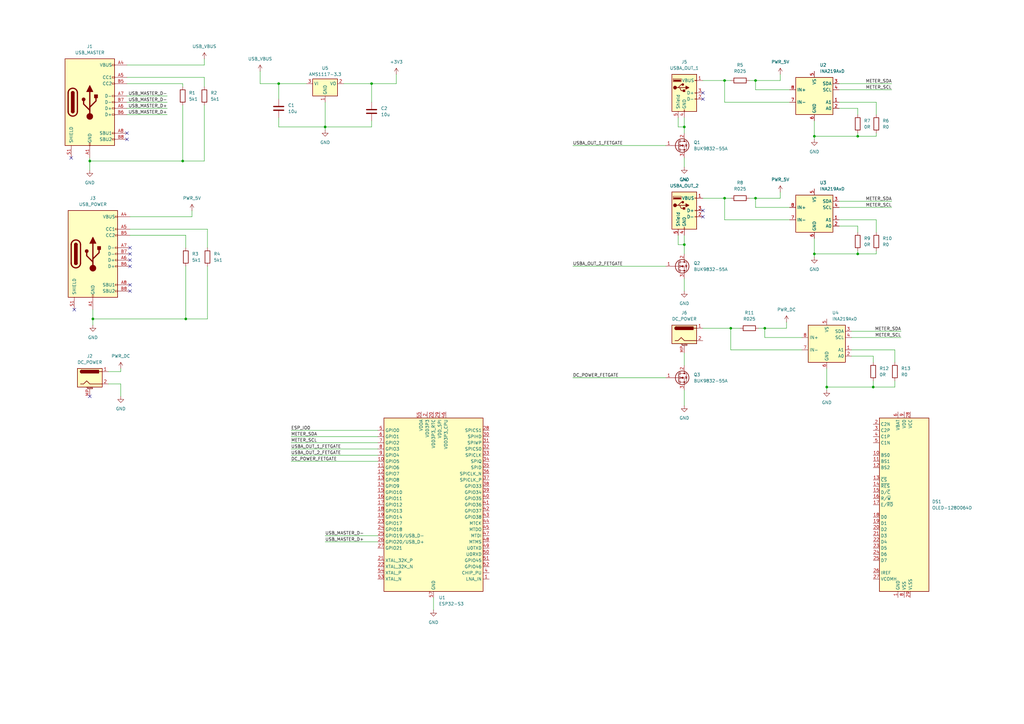
<source format=kicad_sch>
(kicad_sch (version 20231120) (generator "eeschema") (generator_version "8.0")
  (paper "A3")
  (lib_symbols
    (symbol "Connector:Barrel_Jack_MountingPin" (pin_names hide)
      (property "Reference" "J" (at 0 5.334 0))
      (property "Value" "Barrel_Jack_MountingPin" (at 1.27 -6.35 0))
      (symbol "Barrel_Jack_MountingPin_0_1"
        (rectangle (start -5.08 3.81) (end 5.08 -3.81) (stroke (width 0.254)) (fill (type background)))
        (arc (start -3.302 3.175) (mid -3.9343 2.54) (end -3.302 1.905) (stroke (width 0.254)))
        (arc (start -3.302 3.175) (mid -3.9343 2.54) (end -3.302 1.905) (stroke (width 0.254)) (fill (type outline)))
        (polyline (pts (xy 5.08 2.54) (xy 3.81 2.54)) (stroke (width 0.254)))
        (polyline (pts (xy -3.81 -2.54) (xy -2.54 -2.54) (xy -1.27 -1.27) (xy 0 -2.54) (xy 2.54 -2.54) (xy 5.08 -2.54)) (stroke (width 0.254)))
        (rectangle (start 3.683 3.175) (end -3.302 1.905) (stroke (width 0.254)) (fill (type outline)))
      )
      (symbol "Barrel_Jack_MountingPin_1_1"
        (polyline (pts (xy -1.016 -4.572) (xy 1.016 -4.572)) (stroke (width 0.1524)))
        (text "Mounting" (at 0 -4.191 0) (effects (font (size 0.381 0.381))))
        (pin passive line (at 7.62 2.54 180) (length 2.54) (name "~") (number "1"))
        (pin passive line (at 7.62 -2.54 180) (length 2.54) (name "~") (number "2"))
        (pin passive line (at 0 -7.62 90) (length 3.048) (name "MountPin") (number "MP"))
      )
    )
    (symbol "Connector:USB_A" (pin_names (offset 1.016))
      (property "Reference" "J" (at -5.08 11.43 0))
      (property "Value" "USB_A" (at -5.08 8.89 0))
      (symbol "USB_A_0_1"
        (rectangle (start -5.08 -7.62) (end 5.08 7.62) (stroke (width 0.254)) (fill (type background)))
        (circle (center -3.81 2.159) (radius 0.635) (stroke (width 0.254)) (fill (type outline)))
        (rectangle (start -1.524 4.826) (end -4.318 5.334) (fill (type outline)))
        (rectangle (start -1.27 4.572) (end -4.572 5.842))
        (circle (center -0.635 3.429) (radius 0.381) (stroke (width 0.254)) (fill (type outline)))
        (rectangle (start -0.127 -7.62) (end 0.127 -6.858))
        (polyline (pts (xy -3.175 2.159) (xy -2.54 2.159) (xy -1.27 3.429) (xy -0.635 3.429)) (stroke (width 0.254)))
        (polyline (pts (xy -2.54 2.159) (xy -1.905 2.159) (xy -1.27 0.889) (xy 0 0.889)) (stroke (width 0.254)))
        (polyline (pts (xy 0.635 2.794) (xy 0.635 1.524) (xy 1.905 2.159) (xy 0.635 2.794)) (stroke (width 0.254)) (fill (type outline)))
        (rectangle (start 0.254 1.27) (end -0.508 0.508) (stroke (width 0.254)) (fill (type outline)))
        (rectangle (start 5.08 -2.667) (end 4.318 -2.413))
        (rectangle (start 5.08 -0.127) (end 4.318 0.127))
        (rectangle (start 5.08 4.953) (end 4.318 5.207))
      )
      (symbol "USB_A_1_1"
        (polyline (pts (xy -1.905 2.159) (xy 0.635 2.159)) (stroke (width 0.254)))
        (pin power_in line (at 7.62 5.08 180) (length 2.54) (name "VBUS") (number "1"))
        (pin bidirectional line (at 7.62 -2.54 180) (length 2.54) (name "D-") (number "2"))
        (pin bidirectional line (at 7.62 0 180) (length 2.54) (name "D+") (number "3"))
        (pin power_in line (at 0 -10.16 90) (length 2.54) (name "GND") (number "4"))
        (pin passive line (at -2.54 -10.16 90) (length 2.54) (name "Shield") (number "5"))
      )
    )
    (symbol "Connector:USB_C_Receptacle_USB2.0_16P" (pin_names (offset 1.016))
      (property "Reference" "J" (at 0 22.225 0))
      (property "Value" "USB_C_Receptacle_USB2.0_16P" (at 0 19.685 0))
      (symbol "USB_C_Receptacle_USB2.0_16P_0_0"
        (rectangle (start -0.254 -17.78) (end 0.254 -16.764))
        (rectangle (start 10.16 -14.986) (end 9.144 -15.494))
        (rectangle (start 10.16 -12.446) (end 9.144 -12.954))
        (rectangle (start 10.16 -4.826) (end 9.144 -5.334))
        (rectangle (start 10.16 -2.286) (end 9.144 -2.794))
        (rectangle (start 10.16 0.254) (end 9.144 -0.254))
        (rectangle (start 10.16 2.794) (end 9.144 2.286))
        (rectangle (start 10.16 7.874) (end 9.144 7.366))
        (rectangle (start 10.16 10.414) (end 9.144 9.906))
        (rectangle (start 10.16 15.494) (end 9.144 14.986))
      )
      (symbol "USB_C_Receptacle_USB2.0_16P_0_1"
        (rectangle (start -10.16 17.78) (end 10.16 -17.78) (stroke (width 0.254)) (fill (type background)))
        (arc (start -8.89 -3.81) (mid -6.985 -5.7067) (end -5.08 -3.81) (stroke (width 0.508)))
        (arc (start -7.62 -3.81) (mid -6.985 -4.4423) (end -6.35 -3.81) (stroke (width 0.254)))
        (arc (start -7.62 -3.81) (mid -6.985 -4.4423) (end -6.35 -3.81) (stroke (width 0.254)) (fill (type outline)))
        (rectangle (start -7.62 -3.81) (end -6.35 3.81) (stroke (width 0.254)) (fill (type outline)))
        (arc (start -6.35 3.81) (mid -6.985 4.4423) (end -7.62 3.81) (stroke (width 0.254)))
        (arc (start -6.35 3.81) (mid -6.985 4.4423) (end -7.62 3.81) (stroke (width 0.254)) (fill (type outline)))
        (arc (start -5.08 3.81) (mid -6.985 5.7067) (end -8.89 3.81) (stroke (width 0.508)))
        (circle (center -2.54 1.143) (radius 0.635) (stroke (width 0.254)) (fill (type outline)))
        (circle (center 0 -5.842) (radius 1.27) (fill (type outline)))
        (polyline (pts (xy -8.89 -3.81) (xy -8.89 3.81)) (stroke (width 0.508)))
        (polyline (pts (xy -5.08 3.81) (xy -5.08 -3.81)) (stroke (width 0.508)))
        (polyline (pts (xy 0 -5.842) (xy 0 4.318)) (stroke (width 0.508)))
        (polyline (pts (xy 0 -3.302) (xy -2.54 -0.762) (xy -2.54 0.508)) (stroke (width 0.508)))
        (polyline (pts (xy 0 -2.032) (xy 2.54 0.508) (xy 2.54 1.778)) (stroke (width 0.508)))
        (polyline (pts (xy -1.27 4.318) (xy 0 6.858) (xy 1.27 4.318) (xy -1.27 4.318)) (stroke (width 0.254)) (fill (type outline)))
        (rectangle (start 1.905 1.778) (end 3.175 3.048) (stroke (width 0.254)) (fill (type outline)))
      )
      (symbol "USB_C_Receptacle_USB2.0_16P_1_1"
        (pin passive line (at 0 -22.86 90) (length 5.08) (name "GND") (number "A1"))
        (pin passive line (at 0 -22.86 90) (length 5.08) hide (name "GND") (number "A12"))
        (pin passive line (at 15.24 15.24 180) (length 5.08) (name "VBUS") (number "A4"))
        (pin bidirectional line (at 15.24 10.16 180) (length 5.08) (name "CC1") (number "A5"))
        (pin bidirectional line (at 15.24 -2.54 180) (length 5.08) (name "D+") (number "A6"))
        (pin bidirectional line (at 15.24 2.54 180) (length 5.08) (name "D-") (number "A7"))
        (pin bidirectional line (at 15.24 -12.7 180) (length 5.08) (name "SBU1") (number "A8"))
        (pin passive line (at 15.24 15.24 180) (length 5.08) hide (name "VBUS") (number "A9"))
        (pin passive line (at 0 -22.86 90) (length 5.08) hide (name "GND") (number "B1"))
        (pin passive line (at 0 -22.86 90) (length 5.08) hide (name "GND") (number "B12"))
        (pin passive line (at 15.24 15.24 180) (length 5.08) hide (name "VBUS") (number "B4"))
        (pin bidirectional line (at 15.24 7.62 180) (length 5.08) (name "CC2") (number "B5"))
        (pin bidirectional line (at 15.24 -5.08 180) (length 5.08) (name "D+") (number "B6"))
        (pin bidirectional line (at 15.24 0 180) (length 5.08) (name "D-") (number "B7"))
        (pin bidirectional line (at 15.24 -15.24 180) (length 5.08) (name "SBU2") (number "B8"))
        (pin passive line (at 15.24 15.24 180) (length 5.08) hide (name "VBUS") (number "B9"))
        (pin passive line (at -7.62 -22.86 90) (length 5.08) (name "SHIELD") (number "S1"))
      )
    )
    (symbol "Device:C" (pin_numbers hide) (pin_names (offset 0.254))
      (property "Reference" "C" (at 0.635 2.54 0))
      (property "Value" "C" (at 0.635 -2.54 0))
      (symbol "C_0_1"
        (polyline (pts (xy -2.032 -0.762) (xy 2.032 -0.762)) (stroke (width 0.508)))
        (polyline (pts (xy -2.032 0.762) (xy 2.032 0.762)) (stroke (width 0.508)))
      )
      (symbol "C_1_1"
        (pin passive line (at 0 3.81 270) (length 2.794) (name "~") (number "1"))
        (pin passive line (at 0 -3.81 90) (length 2.794) (name "~") (number "2"))
      )
    )
    (symbol "Device:R" (pin_numbers hide) (pin_names (offset 0))
      (property "Reference" "R" (at 2.032 0 90))
      (property "Value" "R" (at 0 0 90))
      (symbol "R_0_1"
        (rectangle (start -1.016 -2.54) (end 1.016 2.54) (stroke (width 0.254)))
      )
      (symbol "R_1_1"
        (pin passive line (at 0 3.81 270) (length 1.27) (name "~") (number "1"))
        (pin passive line (at 0 -3.81 90) (length 1.27) (name "~") (number "2"))
      )
    )
    (symbol "Display_Graphic:OLED-128O064D"
      (property "Reference" "DS" (at -10.16 38.1 0))
      (property "Value" "OLED-128O064D" (at 12.7 38.1 0))
      (symbol "OLED-128O064D_0_1"
        (rectangle (start -10.16 35.56) (end 10.16 -35.56) (stroke (width 0.254)) (fill (type background)))
      )
      (symbol "OLED-128O064D_1_1"
        (pin power_in line (at -2.54 -38.1 90) (length 2.54) (name "GND") (number "1"))
        (pin input line (at -12.7 20.32 0) (length 2.54) (name "BS0") (number "10"))
        (pin input line (at -12.7 17.78 0) (length 2.54) (name "BS1") (number "11"))
        (pin input line (at -12.7 15.24 0) (length 2.54) (name "BS2") (number "12"))
        (pin input line (at -12.7 10.16 0) (length 2.54) (name "~{CS}") (number "13"))
        (pin input line (at -12.7 7.62 0) (length 2.54) (name "~{RES}") (number "14"))
        (pin input line (at -12.7 5.08 0) (length 2.54) (name "D/~{C}") (number "15"))
        (pin input line (at -12.7 2.54 0) (length 2.54) (name "R/~{W}") (number "16"))
        (pin input line (at -12.7 0 0) (length 2.54) (name "E/~{RD}") (number "17"))
        (pin bidirectional line (at -12.7 -5.08 0) (length 2.54) (name "D0") (number "18"))
        (pin bidirectional line (at -12.7 -7.62 0) (length 2.54) (name "D1") (number "19"))
        (pin passive line (at -12.7 33.02 0) (length 2.54) (name "C2N") (number "2"))
        (pin bidirectional line (at -12.7 -10.16 0) (length 2.54) (name "D2") (number "20"))
        (pin bidirectional line (at -12.7 -12.7 0) (length 2.54) (name "D3") (number "21"))
        (pin bidirectional line (at -12.7 -15.24 0) (length 2.54) (name "D4") (number "22"))
        (pin bidirectional line (at -12.7 -17.78 0) (length 2.54) (name "D5") (number "23"))
        (pin bidirectional line (at -12.7 -20.32 0) (length 2.54) (name "D6") (number "24"))
        (pin bidirectional line (at -12.7 -22.86 0) (length 2.54) (name "D7") (number "25"))
        (pin passive line (at -12.7 -27.94 0) (length 2.54) (name "IREF") (number "26"))
        (pin passive line (at -12.7 -30.48 0) (length 2.54) (name "VCOMH") (number "27"))
        (pin power_in line (at 2.54 38.1 270) (length 2.54) (name "VCC") (number "28"))
        (pin power_in line (at 2.54 -38.1 90) (length 2.54) (name "VLSS") (number "29"))
        (pin passive line (at -12.7 30.48 0) (length 2.54) (name "C2P") (number "3"))
        (pin passive line (at -2.54 -38.1 90) (length 2.54) hide (name "GND") (number "30"))
        (pin passive line (at -12.7 27.94 0) (length 2.54) (name "C1P") (number "4"))
        (pin passive line (at -12.7 25.4 0) (length 2.54) (name "C1N") (number "5"))
        (pin power_in line (at -2.54 38.1 270) (length 2.54) (name "VBAT") (number "6"))
        (pin no_connect line (at 10.16 0 180) (length 2.54) hide (name "NC") (number "7"))
        (pin power_in line (at 0 -38.1 90) (length 2.54) (name "VSS") (number "8"))
        (pin power_in line (at 0 38.1 270) (length 2.54) (name "VDD") (number "9"))
      )
    )
    (symbol "MCU_Espressif:ESP32-S3"
      (property "Reference" "U" (at 10.16 -38.1 0))
      (property "Value" "ESP32-S3" (at 13.97 -40.64 0))
      (symbol "ESP32-S3_0_1"
        (rectangle (start -20.32 35.56) (end 20.32 -35.56) (stroke (width 0.254)) (fill (type background)))
      )
      (symbol "ESP32-S3_1_0"
        (pin bidirectional line (at 22.86 12.7 180) (length 2.54) (name "SPICLK_N") (number "36"))
        (pin bidirectional line (at 22.86 -10.16 180) (length 2.54) (name "MTDO") (number "45"))
        (pin bidirectional line (at 22.86 -22.86 180) (length 2.54) (name "GPIO45") (number "51"))
        (pin passive line (at -5.08 38.1 270) (length 2.54) hide (name "VDDA") (number "56"))
      )
      (symbol "ESP32-S3_1_1"
        (pin bidirectional line (at 22.86 -30.48 180) (length 2.54) (name "LNA_IN") (number "1"))
        (pin bidirectional line (at -22.86 17.78 0) (length 2.54) (name "GPIO5") (number "10"))
        (pin bidirectional line (at -22.86 15.24 0) (length 2.54) (name "GPIO6") (number "11"))
        (pin bidirectional line (at -22.86 12.7 0) (length 2.54) (name "GPIO7") (number "12"))
        (pin bidirectional line (at -22.86 10.16 0) (length 2.54) (name "GPIO8") (number "13"))
        (pin bidirectional line (at -22.86 7.62 0) (length 2.54) (name "GPIO9") (number "14"))
        (pin bidirectional line (at -22.86 5.08 0) (length 2.54) (name "GPIO10") (number "15"))
        (pin bidirectional line (at -22.86 2.54 0) (length 2.54) (name "GPIO11") (number "16"))
        (pin bidirectional line (at -22.86 0 0) (length 2.54) (name "GPIO12") (number "17"))
        (pin bidirectional line (at -22.86 -2.54 0) (length 2.54) (name "GPIO13") (number "18"))
        (pin bidirectional line (at -22.86 -5.08 0) (length 2.54) (name "GPIO14") (number "19"))
        (pin power_in line (at -2.54 38.1 270) (length 2.54) (name "VDD3P3") (number "2"))
        (pin power_in line (at 0 38.1 270) (length 2.54) (name "VDD3P3_RTC") (number "20"))
        (pin passive line (at -22.86 -22.86 0) (length 2.54) (name "XTAL_32K_P") (number "21"))
        (pin passive line (at -22.86 -25.4 0) (length 2.54) (name "XTAL_32K_N") (number "22"))
        (pin bidirectional line (at -22.86 -7.62 0) (length 2.54) (name "GPIO17") (number "23"))
        (pin bidirectional line (at -22.86 -10.16 0) (length 2.54) (name "GPIO18") (number "24"))
        (pin bidirectional line (at -22.86 -12.7 0) (length 2.54) (name "GPIO19/USB_D-") (number "25"))
        (pin bidirectional line (at -22.86 -15.24 0) (length 2.54) (name "GPIO20/USB_D+") (number "26"))
        (pin bidirectional line (at -22.86 -17.78 0) (length 2.54) (name "GPIO21") (number "27"))
        (pin bidirectional line (at 22.86 30.48 180) (length 2.54) (name "SPICS1") (number "28"))
        (pin power_in line (at 2.54 38.1 270) (length 2.54) (name "VDD_SPI") (number "29"))
        (pin passive line (at -2.54 38.1 270) (length 2.54) hide (name "VDD3P3") (number "3"))
        (pin bidirectional line (at 22.86 27.94 180) (length 2.54) (name "SPIHD") (number "30"))
        (pin bidirectional line (at 22.86 25.4 180) (length 2.54) (name "SPIWP") (number "31"))
        (pin bidirectional line (at 22.86 22.86 180) (length 2.54) (name "SPICS0") (number "32"))
        (pin bidirectional line (at 22.86 20.32 180) (length 2.54) (name "SPICLK") (number "33"))
        (pin bidirectional line (at 22.86 17.78 180) (length 2.54) (name "SPIQ") (number "34"))
        (pin bidirectional line (at 22.86 15.24 180) (length 2.54) (name "SPID") (number "35"))
        (pin bidirectional line (at 22.86 10.16 180) (length 2.54) (name "SPICLK_P") (number "37"))
        (pin bidirectional line (at 22.86 7.62 180) (length 2.54) (name "GPIO33") (number "38"))
        (pin bidirectional line (at 22.86 5.08 180) (length 2.54) (name "GPIO34") (number "39"))
        (pin input line (at 22.86 -27.94 180) (length 2.54) (name "CHIP_PU") (number "4"))
        (pin bidirectional line (at 22.86 2.54 180) (length 2.54) (name "GPIO35") (number "40"))
        (pin bidirectional line (at 22.86 0 180) (length 2.54) (name "GPIO36") (number "41"))
        (pin bidirectional line (at 22.86 -2.54 180) (length 2.54) (name "GPIO37") (number "42"))
        (pin bidirectional line (at 22.86 -5.08 180) (length 2.54) (name "GPIO38") (number "43"))
        (pin bidirectional line (at 22.86 -7.62 180) (length 2.54) (name "MTCK") (number "44"))
        (pin power_in line (at 5.08 38.1 270) (length 2.54) (name "VDD3P3_CPU") (number "46"))
        (pin bidirectional line (at 22.86 -12.7 180) (length 2.54) (name "MTDI") (number "47"))
        (pin bidirectional line (at 22.86 -15.24 180) (length 2.54) (name "MTMS") (number "48"))
        (pin bidirectional line (at 22.86 -17.78 180) (length 2.54) (name "U0TXD") (number "49"))
        (pin bidirectional line (at -22.86 30.48 0) (length 2.54) (name "GPIO0") (number "5"))
        (pin bidirectional line (at 22.86 -20.32 180) (length 2.54) (name "U0RXD") (number "50"))
        (pin bidirectional line (at 22.86 -25.4 180) (length 2.54) (name "GPIO46") (number "52"))
        (pin output line (at -22.86 -30.48 0) (length 2.54) (name "XTAL_N") (number "53"))
        (pin input line (at -22.86 -27.94 0) (length 2.54) (name "XTAL_P") (number "54"))
        (pin power_in line (at -5.08 38.1 270) (length 2.54) (name "VDDA") (number "55"))
        (pin power_in line (at 0 -38.1 90) (length 2.54) (name "GND") (number "57"))
        (pin bidirectional line (at -22.86 27.94 0) (length 2.54) (name "GPIO1") (number "6"))
        (pin bidirectional line (at -22.86 25.4 0) (length 2.54) (name "GPIO2") (number "7"))
        (pin bidirectional line (at -22.86 22.86 0) (length 2.54) (name "GPIO3") (number "8"))
        (pin bidirectional line (at -22.86 20.32 0) (length 2.54) (name "GPIO4") (number "9"))
      )
    )
    (symbol "Regulator_Linear:AMS1117-3.3"
      (property "Reference" "U" (at -3.81 3.175 0))
      (property "Value" "AMS1117-3.3" (at 0 3.175 0))
      (symbol "AMS1117-3.3_0_1"
        (rectangle (start -5.08 -5.08) (end 5.08 1.905) (stroke (width 0.254)) (fill (type background)))
      )
      (symbol "AMS1117-3.3_1_1"
        (pin power_in line (at 0 -7.62 90) (length 2.54) (name "GND") (number "1"))
        (pin power_out line (at 7.62 0 180) (length 2.54) (name "VO") (number "2"))
        (pin power_in line (at -7.62 0 0) (length 2.54) (name "VI") (number "3"))
      )
    )
    (symbol "Sensor_Energy:INA219AxD"
      (property "Reference" "U" (at -6.35 8.89 0))
      (property "Value" "INA219AxD" (at 5.08 8.89 0))
      (symbol "INA219AxD_0_1"
        (rectangle (start -7.62 7.62) (end 7.62 -7.62) (stroke (width 0.254)) (fill (type background)))
      )
      (symbol "INA219AxD_1_1"
        (pin input line (at 10.16 -2.54 180) (length 2.54) (name "A1") (number "1"))
        (pin input line (at 10.16 -5.08 180) (length 2.54) (name "A0") (number "2"))
        (pin bidirectional line (at 10.16 5.08 180) (length 2.54) (name "SDA") (number "3"))
        (pin input line (at 10.16 2.54 180) (length 2.54) (name "SCL") (number "4"))
        (pin power_in line (at 0 10.16 270) (length 2.54) (name "VS") (number "5"))
        (pin power_in line (at 0 -10.16 90) (length 2.54) (name "GND") (number "6"))
        (pin input line (at -10.16 -2.54 0) (length 2.54) (name "IN-") (number "7"))
        (pin input line (at -10.16 2.54 0) (length 2.54) (name "IN+") (number "8"))
      )
    )
    (symbol "Transistor_FET:BUK9832-55A" (pin_names hide)
      (property "Reference" "Q" (at 5.08 1.905 0))
      (property "Value" "BUK9832-55A" (at 5.08 0 0))
      (symbol "BUK9832-55A_0_1"
        (polyline (pts (xy 0.254 0) (xy -2.54 0)))
        (polyline (pts (xy 0.254 1.905) (xy 0.254 -1.905)) (stroke (width 0.254)))
        (polyline (pts (xy 0.762 -1.27) (xy 0.762 -2.286)) (stroke (width 0.254)))
        (polyline (pts (xy 0.762 0.508) (xy 0.762 -0.508)) (stroke (width 0.254)))
        (polyline (pts (xy 0.762 2.286) (xy 0.762 1.27)) (stroke (width 0.254)))
        (polyline (pts (xy 2.54 2.54) (xy 2.54 1.778)))
        (polyline (pts (xy 2.54 -2.54) (xy 2.54 0) (xy 0.762 0)))
        (polyline (pts (xy 0.762 -1.778) (xy 3.302 -1.778) (xy 3.302 1.778) (xy 0.762 1.778)))
        (polyline (pts (xy 1.016 0) (xy 2.032 0.381) (xy 2.032 -0.381) (xy 1.016 0)) (fill (type outline)))
        (polyline (pts (xy 2.794 0.508) (xy 2.921 0.381) (xy 3.683 0.381) (xy 3.81 0.254)))
        (polyline (pts (xy 3.302 0.381) (xy 2.921 -0.254) (xy 3.683 -0.254) (xy 3.302 0.381)))
        (circle (center 1.651 0) (radius 2.794) (stroke (width 0.254)))
        (circle (center 2.54 -1.778) (radius 0.254) (fill (type outline)))
        (circle (center 2.54 1.778) (radius 0.254) (fill (type outline)))
      )
      (symbol "BUK9832-55A_1_1"
        (pin input line (at -5.08 0 0) (length 2.54) (name "G") (number "1"))
        (pin passive line (at 2.54 5.08 270) (length 2.54) (name "D") (number "2"))
        (pin passive line (at 2.54 -5.08 90) (length 2.54) (name "S") (number "3"))
      )
    )
    (symbol "power:+3V3" (power) (pin_numbers hide) (pin_names (offset 0) hide)
      (property "Value" "+3V3" (at 0 3.556 0))
      (symbol "+3V3_0_1"
        (polyline (pts (xy -0.762 1.27) (xy 0 2.54)))
        (polyline (pts (xy 0 0) (xy 0 2.54)))
        (polyline (pts (xy 0 2.54) (xy 0.762 1.27)))
      )
      (symbol "+3V3_1_1"
        (pin power_in line (at 0 0 90) (length 0) (name "~") (number "1"))
      )
    )
    (symbol "power:GND" (power) (pin_numbers hide) (pin_names (offset 0) hide)
      (property "Value" "GND" (at 0 -3.81 0))
      (symbol "GND_0_1"
        (polyline (pts (xy 0 0) (xy 0 -1.27) (xy 1.27 -1.27) (xy 0 -2.54) (xy -1.27 -1.27) (xy 0 -1.27)))
      )
      (symbol "GND_1_1"
        (pin power_in line (at 0 0 270) (length 0) (name "~") (number "1"))
      )
    )
    (symbol "power:VDC" (power) (pin_numbers hide) (pin_names (offset 0) hide)
      (property "Value" "VDC" (at 0 3.556 0))
      (symbol "VDC_0_1"
        (polyline (pts (xy -0.762 1.27) (xy 0 2.54)))
        (polyline (pts (xy 0 0) (xy 0 2.54)))
        (polyline (pts (xy 0 2.54) (xy 0.762 1.27)))
      )
      (symbol "VDC_1_1"
        (pin power_in line (at 0 0 90) (length 0) (name "~") (number "1"))
      )
    )
  )
  (junction (at 309.88 81.28))
  (junction (at 358.14 158.75))
  (junction (at 339.09 158.75))
  (junction (at 334.01 55.88))
  (junction (at 351.79 104.14))
  (junction (at 114.3 34.29))
  (junction (at 299.72 134.62))
  (junction (at 133.35 52.07))
  (junction (at 351.79 55.88))
  (junction (at 74.93 66.04))
  (junction (at 297.18 33.02))
  (junction (at 36.83 66.04))
  (junction (at 334.01 104.14))
  (junction (at 280.67 52.07))
  (junction (at 297.18 81.28))
  (junction (at 309.88 33.02))
  (junction (at 76.2 130.81))
  (junction (at 38.1 130.81))
  (junction (at 313.69 134.62))
  (junction (at 280.67 100.33))
  (junction (at 152.4 34.29))
  (no_connect (at 30.48 127))
  (no_connect (at 53.34 106.68))
  (no_connect (at 29.21 64.77))
  (no_connect (at 288.29 88.9))
  (no_connect (at 52.07 54.61))
  (no_connect (at 288.29 40.64))
  (no_connect (at 53.34 116.84))
  (no_connect (at 53.34 119.38))
  (no_connect (at 36.83 162.56))
  (no_connect (at 53.34 109.22))
  (no_connect (at 288.29 38.1))
  (no_connect (at 53.34 101.6))
  (no_connect (at 53.34 104.14))
  (no_connect (at 288.29 86.36))
  (no_connect (at 52.07 57.15))
  (wire (pts (xy 351.79 55.88) (xy 359.41 55.88)))
  (wire (pts (xy 52.07 31.75) (xy 83.82 31.75)))
  (wire (pts (xy 320.04 78.74) (xy 320.04 81.28)))
  (wire (pts (xy 297.18 33.02) (xy 297.18 41.91)))
  (wire (pts (xy 49.53 157.48) (xy 49.53 162.56)))
  (wire (pts (xy 359.41 104.14) (xy 359.41 102.87)))
  (wire (pts (xy 297.18 81.28) (xy 297.18 90.17)))
  (wire (pts (xy 83.82 43.18) (xy 83.82 66.04)))
  (wire (pts (xy 53.34 88.9) (xy 78.74 88.9)))
  (wire (pts (xy 74.93 66.04) (xy 74.93 43.18)))
  (wire (pts (xy 297.18 33.02) (xy 299.72 33.02)))
  (wire (pts (xy 36.83 64.77) (xy 36.83 66.04)))
  (wire (pts (xy 307.34 33.02) (xy 309.88 33.02)))
  (wire (pts (xy 278.13 48.26) (xy 278.13 52.07)))
  (wire (pts (xy 344.17 36.83) (xy 365.76 36.83)))
  (wire (pts (xy 162.56 30.48) (xy 162.56 34.29)))
  (wire (pts (xy 52.07 41.91) (xy 68.58 41.91)))
  (wire (pts (xy 280.67 48.26) (xy 280.67 52.07)))
  (wire (pts (xy 52.07 39.37) (xy 68.58 39.37)))
  (wire (pts (xy 280.67 100.33) (xy 280.67 104.14)))
  (wire (pts (xy 334.01 97.79) (xy 334.01 104.14)))
  (wire (pts (xy 349.25 138.43) (xy 369.57 138.43)))
  (wire (pts (xy 359.41 41.91) (xy 359.41 46.99)))
  (wire (pts (xy 152.4 52.07) (xy 152.4 49.53)))
  (wire (pts (xy 85.09 130.81) (xy 76.2 130.81)))
  (wire (pts (xy 344.17 34.29) (xy 365.76 34.29)))
  (wire (pts (xy 309.88 36.83) (xy 309.88 33.02)))
  (wire (pts (xy 299.72 143.51) (xy 328.93 143.51)))
  (wire (pts (xy 309.88 33.02) (xy 320.04 33.02)))
  (wire (pts (xy 119.38 179.07) (xy 154.94 179.07)))
  (wire (pts (xy 234.95 154.94) (xy 273.05 154.94)))
  (wire (pts (xy 358.14 156.21) (xy 358.14 158.75)))
  (wire (pts (xy 351.79 55.88) (xy 334.01 55.88)))
  (wire (pts (xy 83.82 31.75) (xy 83.82 35.56)))
  (wire (pts (xy 288.29 81.28) (xy 297.18 81.28)))
  (wire (pts (xy 85.09 109.22) (xy 85.09 130.81)))
  (wire (pts (xy 328.93 138.43) (xy 313.69 138.43)))
  (wire (pts (xy 119.38 186.69) (xy 154.94 186.69)))
  (wire (pts (xy 313.69 138.43) (xy 313.69 134.62)))
  (wire (pts (xy 114.3 34.29) (xy 114.3 40.64)))
  (wire (pts (xy 119.38 184.15) (xy 154.94 184.15)))
  (wire (pts (xy 359.41 90.17) (xy 359.41 95.25)))
  (wire (pts (xy 234.95 109.22) (xy 273.05 109.22)))
  (wire (pts (xy 74.93 34.29) (xy 74.93 35.56)))
  (wire (pts (xy 334.01 55.88) (xy 334.01 57.15)))
  (wire (pts (xy 234.95 59.69) (xy 273.05 59.69)))
  (wire (pts (xy 133.35 52.07) (xy 133.35 53.34)))
  (wire (pts (xy 49.53 151.13) (xy 49.53 152.4)))
  (wire (pts (xy 349.25 135.89) (xy 369.57 135.89)))
  (wire (pts (xy 280.67 114.3) (xy 280.67 119.38)))
  (wire (pts (xy 280.67 144.78) (xy 280.67 149.86)))
  (wire (pts (xy 278.13 96.52) (xy 278.13 100.33)))
  (wire (pts (xy 351.79 95.25) (xy 351.79 92.71)))
  (wire (pts (xy 349.25 143.51) (xy 367.03 143.51)))
  (wire (pts (xy 44.45 157.48) (xy 49.53 157.48)))
  (wire (pts (xy 278.13 100.33) (xy 280.67 100.33)))
  (wire (pts (xy 78.74 86.36) (xy 78.74 88.9)))
  (wire (pts (xy 299.72 134.62) (xy 303.53 134.62)))
  (wire (pts (xy 358.14 146.05) (xy 358.14 148.59)))
  (wire (pts (xy 38.1 127) (xy 38.1 130.81)))
  (wire (pts (xy 38.1 130.81) (xy 38.1 133.35)))
  (wire (pts (xy 152.4 34.29) (xy 162.56 34.29)))
  (wire (pts (xy 311.15 134.62) (xy 313.69 134.62)))
  (wire (pts (xy 119.38 176.53) (xy 154.94 176.53)))
  (wire (pts (xy 351.79 104.14) (xy 359.41 104.14)))
  (wire (pts (xy 280.67 96.52) (xy 280.67 100.33)))
  (wire (pts (xy 38.1 130.81) (xy 76.2 130.81)))
  (wire (pts (xy 351.79 104.14) (xy 334.01 104.14)))
  (wire (pts (xy 299.72 134.62) (xy 299.72 143.51)))
  (wire (pts (xy 339.09 158.75) (xy 339.09 160.02)))
  (wire (pts (xy 280.67 64.77) (xy 280.67 68.58)))
  (wire (pts (xy 344.17 41.91) (xy 359.41 41.91)))
  (wire (pts (xy 334.01 49.53) (xy 334.01 55.88)))
  (wire (pts (xy 344.17 85.09) (xy 365.76 85.09)))
  (wire (pts (xy 323.85 85.09) (xy 309.88 85.09)))
  (wire (pts (xy 177.8 245.11) (xy 177.8 250.19)))
  (wire (pts (xy 288.29 33.02) (xy 297.18 33.02)))
  (wire (pts (xy 114.3 52.07) (xy 133.35 52.07)))
  (wire (pts (xy 114.3 48.26) (xy 114.3 52.07)))
  (wire (pts (xy 351.79 102.87) (xy 351.79 104.14)))
  (wire (pts (xy 133.35 41.91) (xy 133.35 52.07)))
  (wire (pts (xy 44.45 152.4) (xy 49.53 152.4)))
  (wire (pts (xy 349.25 146.05) (xy 358.14 146.05)))
  (wire (pts (xy 106.68 29.21) (xy 106.68 34.29)))
  (wire (pts (xy 358.14 158.75) (xy 367.03 158.75)))
  (wire (pts (xy 359.41 55.88) (xy 359.41 54.61)))
  (wire (pts (xy 36.83 66.04) (xy 74.93 66.04)))
  (wire (pts (xy 133.35 219.71) (xy 154.94 219.71)))
  (wire (pts (xy 320.04 30.48) (xy 320.04 33.02)))
  (wire (pts (xy 334.01 104.14) (xy 334.01 105.41)))
  (wire (pts (xy 367.03 143.51) (xy 367.03 148.59)))
  (wire (pts (xy 53.34 96.52) (xy 76.2 96.52)))
  (wire (pts (xy 344.17 90.17) (xy 359.41 90.17)))
  (wire (pts (xy 288.29 134.62) (xy 299.72 134.62)))
  (wire (pts (xy 297.18 90.17) (xy 323.85 90.17)))
  (wire (pts (xy 52.07 34.29) (xy 74.93 34.29)))
  (wire (pts (xy 367.03 158.75) (xy 367.03 156.21)))
  (wire (pts (xy 85.09 93.98) (xy 85.09 101.6)))
  (wire (pts (xy 114.3 34.29) (xy 125.73 34.29)))
  (wire (pts (xy 344.17 82.55) (xy 365.76 82.55)))
  (wire (pts (xy 309.88 85.09) (xy 309.88 81.28)))
  (wire (pts (xy 351.79 92.71) (xy 344.17 92.71)))
  (wire (pts (xy 76.2 130.81) (xy 76.2 109.22)))
  (wire (pts (xy 351.79 46.99) (xy 351.79 44.45)))
  (wire (pts (xy 309.88 81.28) (xy 320.04 81.28)))
  (wire (pts (xy 140.97 34.29) (xy 152.4 34.29)))
  (wire (pts (xy 52.07 44.45) (xy 68.58 44.45)))
  (wire (pts (xy 106.68 34.29) (xy 114.3 34.29)))
  (wire (pts (xy 280.67 52.07) (xy 280.67 54.61)))
  (wire (pts (xy 339.09 151.13) (xy 339.09 158.75)))
  (wire (pts (xy 133.35 52.07) (xy 152.4 52.07)))
  (wire (pts (xy 52.07 26.67) (xy 83.82 26.67)))
  (wire (pts (xy 53.34 93.98) (xy 85.09 93.98)))
  (wire (pts (xy 152.4 34.29) (xy 152.4 41.91)))
  (wire (pts (xy 280.67 160.02) (xy 280.67 166.37)))
  (wire (pts (xy 297.18 41.91) (xy 323.85 41.91)))
  (wire (pts (xy 323.85 36.83) (xy 309.88 36.83)))
  (wire (pts (xy 83.82 66.04) (xy 74.93 66.04)))
  (wire (pts (xy 133.35 222.25) (xy 154.94 222.25)))
  (wire (pts (xy 358.14 158.75) (xy 339.09 158.75)))
  (wire (pts (xy 278.13 52.07) (xy 280.67 52.07)))
  (wire (pts (xy 351.79 44.45) (xy 344.17 44.45)))
  (wire (pts (xy 297.18 81.28) (xy 299.72 81.28)))
  (wire (pts (xy 119.38 181.61) (xy 154.94 181.61)))
  (wire (pts (xy 83.82 24.13) (xy 83.82 26.67)))
  (wire (pts (xy 307.34 81.28) (xy 309.88 81.28)))
  (wire (pts (xy 313.69 134.62) (xy 322.58 134.62)))
  (wire (pts (xy 322.58 132.08) (xy 322.58 134.62)))
  (wire (pts (xy 36.83 66.04) (xy 36.83 69.85)))
  (wire (pts (xy 76.2 96.52) (xy 76.2 101.6)))
  (wire (pts (xy 351.79 54.61) (xy 351.79 55.88)))
  (wire (pts (xy 119.38 189.23) (xy 154.94 189.23)))
  (wire (pts (xy 52.07 46.99) (xy 68.58 46.99)))
  (label "USBA_OUT_2_FETGATE" (at 234.95 109.22 0))
  (label "METER_SDA" (at 365.76 82.55 180))
  (label "USB_MASTER_D+" (at 133.35 222.25 0))
  (label "METER_SCL" (at 119.38 181.61 0))
  (label "USB_MASTER_D-" (at 68.58 41.91 180))
  (label "METER_SCL" (at 365.76 85.09 180))
  (label "METER_SDA" (at 365.76 34.29 180))
  (label "METER_SDA" (at 369.57 135.89 180))
  (label "DC_POWER_FETGATE" (at 119.38 189.23 0))
  (label "USB_MASTER_D+" (at 68.58 44.45 180))
  (label "USB_MASTER_D-" (at 133.35 219.71 0))
  (label "ESP_IO0" (at 119.38 176.53 0))
  (label "METER_SDA" (at 119.38 179.07 0))
  (label "DC_POWER_FETGATE" (at 234.95 154.94 0))
  (label "METER_SCL" (at 365.76 36.83 180))
  (label "USBA_OUT_1_FETGATE" (at 234.95 59.69 0))
  (label "METER_SCL" (at 369.57 138.43 180))
  (label "USBA_OUT_1_FETGATE" (at 119.38 184.15 0))
  (label "USBA_OUT_2_FETGATE" (at 119.38 186.69 0))
  (label "USB_MASTER_D+" (at 68.58 46.99 180))
  (label "USB_MASTER_D-" (at 68.58 39.37 180))
  (symbol (lib_id "Device:R") (at 367.03 152.4 180) (unit 1)
    (property "Reference" "R13" (at 369.57 151.1299 0) (effects (justify right)))
    (property "Value" "R0" (at 369.57 153.6699 0) (effects (justify right)))
    (property "Description" "Resistor" (effects (hide yes)))
  )
  (symbol (lib_id "Device:C") (at 152.4 45.72 0) (unit 1)
    (property "Reference" "C2" (at 156.21 44.4499 0) (effects (justify left)))
    (property "Value" "10u" (at 156.21 46.9899 0) (effects (justify left)))
    (property "Description" "Unpolarized capacitor" (effects (hide yes)))
  )
  (symbol (lib_id "power:GND") (at 49.53 162.56 0) (unit 1)
    (property "Reference" "#PWR05" (effects (hide yes)))
    (property "Value" "GND" (at 49.53 167.64 0))
    (property "Description" "Power symbol creates a global label with name \"GND\" , ground" (effects (hide yes)))
  )
  (symbol (lib_id "Device:R") (at 307.34 134.62 90) (unit 1)
    (property "Reference" "R11" (at 307.34 128.27 90))
    (property "Value" "R025" (at 307.34 130.81 90))
    (property "Description" "Resistor" (effects (hide yes)))
  )
  (symbol (lib_id "power:GND") (at 38.1 133.35 0) (unit 1)
    (property "Reference" "#PWR04" (effects (hide yes)))
    (property "Value" "GND" (at 38.1 138.43 0))
    (property "Description" "Power symbol creates a global label with name \"GND\" , ground" (effects (hide yes)))
  )
  (symbol (lib_id "power:GND") (at 280.67 68.58 0) (unit 1)
    (property "Reference" "#PWR010" (effects (hide yes)))
    (property "Value" "GND" (at 280.67 73.66 0))
    (property "Description" "Power symbol creates a global label with name \"GND\" , ground" (effects (hide yes)))
  )
  (symbol (lib_id "Sensor_Energy:INA219AxD") (at 339.09 140.97 0) (unit 1)
    (property "Reference" "U4" (at 341.2841 128.27 0) (effects (justify left)))
    (property "Value" "INA219AxD" (at 341.2841 130.81 0) (effects (justify left)))
    (property "Footprint" "Package_SO:SOIC-8_3.9x4.9mm_P1.27mm" (effects (hide yes)))
    (property "Datasheet" "http://www.ti.com/lit/ds/symlink/ina219.pdf" (effects (hide yes)))
    (property "Description" "Zero-Drift, Bidirectional Current/Power Monitor (0-26V) With I2C Interface, SOIC-8" (effects (hide yes)))
  )
  (symbol (lib_id "Connector:USB_A") (at 280.67 86.36 0) (unit 1)
    (property "Reference" "J4" (at 280.67 73.66 0))
    (property "Value" "USBA_OUT_2" (at 280.67 76.2 0))
    (property "Footprint" "Connector_USB:USB_A_Receptacle_GCT_USB1046" (effects (hide yes)))
    (property "Description" "USB Type A connector" (effects (hide yes)))
  )
  (symbol (lib_id "power:GND") (at 280.67 166.37 0) (unit 1)
    (property "Reference" "#PWR016" (effects (hide yes)))
    (property "Value" "GND" (at 280.67 171.45 0))
    (property "Description" "Power symbol creates a global label with name \"GND\" , ground" (effects (hide yes)))
  )
  (symbol (lib_id "Regulator_Linear:AMS1117-3.3") (at 133.35 34.29 0) (unit 1)
    (property "Reference" "U5" (at 133.35 27.94 0))
    (property "Value" "AMS1117-3.3" (at 133.35 30.48 0))
    (property "Footprint" "Package_TO_SOT_SMD:SOT-223-3_TabPin2" (effects (hide yes)))
    (property "Datasheet" "http://www.advanced-monolithic.com/pdf/ds1117.pdf" (effects (hide yes)))
    (property "Description" "1A Low Dropout regulator, positive, 3.3V fixed output, SOT-223" (effects (hide yes)))
  )
  (symbol (lib_id "Device:R") (at 85.09 105.41 180) (unit 1)
    (property "Reference" "R4" (at 87.63 104.1399 0) (effects (justify right)))
    (property "Value" "5k1" (at 87.63 106.6799 0) (effects (justify right)))
    (property "Description" "Resistor" (effects (hide yes)))
  )
  (symbol (lib_id "MCU_Espressif:ESP32-S3") (at 177.8 207.01 0) (unit 1)
    (property "Reference" "U1" (at 179.9941 245.11 0) (effects (justify left)))
    (property "Value" "ESP32-S3" (at 179.9941 247.65 0) (effects (justify left)))
    (property "Footprint" "Package_DFN_QFN:QFN-56-1EP_7x7mm_P0.4mm_EP4x4mm" (effects (hide yes)))
    (property "Datasheet" "https://www.espressif.com/sites/default/files/documentation/esp32-s3_datasheet_en.pdf" (effects (hide yes)))
    (property "Description" "Microcontroller, Wi-Fi 802.11b/g/n, Bluetooth, 32bit" (effects (hide yes)))
  )
  (symbol (lib_id "power:GND") (at 177.8 250.19 0) (unit 1)
    (property "Reference" "#PWR07" (effects (hide yes)))
    (property "Value" "GND" (at 177.8 255.27 0))
    (property "Description" "Power symbol creates a global label with name \"GND\" , ground" (effects (hide yes)))
  )
  (symbol (lib_id "Device:R") (at 359.41 99.06 180) (unit 1)
    (property "Reference" "R10" (at 361.95 97.7899 0) (effects (justify right)))
    (property "Value" "R0" (at 361.95 100.3299 0) (effects (justify right)))
    (property "Description" "Resistor" (effects (hide yes)))
  )
  (symbol (lib_id "power:GND") (at 334.01 57.15 0) (unit 1)
    (property "Reference" "#PWR09" (effects (hide yes)))
    (property "Value" "GND" (at 334.01 62.23 0))
    (property "Description" "Power symbol creates a global label with name \"GND\" , ground" (effects (hide yes)))
  )
  (symbol (lib_id "Device:R") (at 358.14 152.4 180) (unit 1)
    (property "Reference" "R12" (at 360.68 151.1299 0) (effects (justify right)))
    (property "Value" "0R" (at 360.68 153.6699 0) (effects (justify right)))
    (property "Description" "Resistor" (effects (hide yes)))
  )
  (symbol (lib_id "power:VDC") (at 78.74 86.36 0) (unit 1)
    (property "Reference" "#PWR03" (effects (hide yes)))
    (property "Value" "PWR_5V" (at 78.74 81.28 0))
    (property "Description" "Power symbol creates a global label with name \"VDC\"" (effects (hide yes)))
  )
  (symbol (lib_id "power:VDC") (at 83.82 24.13 0) (unit 1)
    (property "Reference" "#PWR02" (effects (hide yes)))
    (property "Value" "USB_VBUS" (at 83.82 19.05 0))
    (property "Description" "Power symbol creates a global label with name \"VDC\"" (effects (hide yes)))
  )
  (symbol (lib_id "power:VDC") (at 106.68 29.21 0) (unit 1)
    (property "Reference" "#PWR017" (effects (hide yes)))
    (property "Value" "USB_VBUS" (at 106.68 24.13 0))
    (property "Description" "Power symbol creates a global label with name \"VDC\"" (effects (hide yes)))
  )
  (symbol (lib_id "Connector:Barrel_Jack_MountingPin") (at 280.67 137.16 0) (unit 1)
    (property "Reference" "J6" (at 280.67 128.27 0))
    (property "Value" "DC_POWER" (at 280.67 130.81 0))
    (property "Footprint" "Connector_BarrelJack:BarrelJack_Horizontal" (effects (hide yes)))
    (property "Description" "DC Barrel Jack with a mounting pin" (effects (hide yes)))
  )
  (symbol (lib_id "power:+3V3") (at 162.56 30.48 0) (unit 1)
    (property "Reference" "#PWR018" (effects (hide yes)))
    (property "Value" "+3V3" (at 162.56 25.4 0))
    (property "Description" "Power symbol creates a global label with name \"+3V3\"" (effects (hide yes)))
  )
  (symbol (lib_id "power:GND") (at 133.35 53.34 0) (unit 1)
    (property "Reference" "#PWR019" (effects (hide yes)))
    (property "Value" "GND" (at 133.35 58.42 0))
    (property "Description" "Power symbol creates a global label with name \"GND\" , ground" (effects (hide yes)))
  )
  (symbol (lib_id "Device:R") (at 359.41 50.8 180) (unit 1)
    (property "Reference" "R6" (at 361.95 49.5299 0) (effects (justify right)))
    (property "Value" "R0" (at 361.95 52.0699 0) (effects (justify right)))
    (property "Description" "Resistor" (effects (hide yes)))
  )
  (symbol (lib_id "Transistor_FET:BUK9832-55A") (at 278.13 154.94 0) (unit 1)
    (property "Reference" "Q3" (at 284.48 153.6699 0) (effects (justify left)))
    (property "Value" "BUK9832-55A" (at 284.48 156.2099 0) (effects (justify left)))
    (property "Footprint" "Package_TO_SOT_SMD:SOT-223-3_TabPin2" (effects (hide yes)))
    (property "Datasheet" "https://assets.nexperia.com/documents/data-sheet/BUK9832-55A.pdf" (effects (hide yes)))
    (property "Description" "12A Id, 55V Vds, RdsOn 25mOhm, N-Channel Enhancement Mode MOSFET, SOT-223" (effects (hide yes)))
  )
  (symbol (lib_id "Transistor_FET:BUK9832-55A") (at 278.13 59.69 0) (unit 1)
    (property "Reference" "Q1" (at 284.48 58.4199 0) (effects (justify left)))
    (property "Value" "BUK9832-55A" (at 284.48 60.9599 0) (effects (justify left)))
    (property "Footprint" "Package_TO_SOT_SMD:SOT-223-3_TabPin2" (effects (hide yes)))
    (property "Datasheet" "https://assets.nexperia.com/documents/data-sheet/BUK9832-55A.pdf" (effects (hide yes)))
    (property "Description" "12A Id, 55V Vds, RdsOn 25mOhm, N-Channel Enhancement Mode MOSFET, SOT-223" (effects (hide yes)))
  )
  (symbol (lib_id "power:GND") (at 339.09 160.02 0) (unit 1)
    (property "Reference" "#PWR08" (effects (hide yes)))
    (property "Value" "GND" (at 339.09 165.1 0))
    (property "Description" "Power symbol creates a global label with name \"GND\" , ground" (effects (hide yes)))
  )
  (symbol (lib_id "Sensor_Energy:INA219AxD") (at 334.01 87.63 0) (unit 1)
    (property "Reference" "U3" (at 336.2041 74.93 0) (effects (justify left)))
    (property "Value" "INA219AxD" (at 336.2041 77.47 0) (effects (justify left)))
    (property "Footprint" "Package_SO:SOIC-8_3.9x4.9mm_P1.27mm" (effects (hide yes)))
    (property "Datasheet" "http://www.ti.com/lit/ds/symlink/ina219.pdf" (effects (hide yes)))
    (property "Description" "Zero-Drift, Bidirectional Current/Power Monitor (0-26V) With I2C Interface, SOIC-8" (effects (hide yes)))
  )
  (symbol (lib_id "Device:R") (at 76.2 105.41 180) (unit 1)
    (property "Reference" "R3" (at 78.74 104.1399 0) (effects (justify right)))
    (property "Value" "5k1" (at 78.74 106.6799 0) (effects (justify right)))
    (property "Description" "Resistor" (effects (hide yes)))
  )
  (symbol (lib_id "power:VDC") (at 320.04 78.74 0) (unit 1)
    (property "Reference" "#PWR013" (effects (hide yes)))
    (property "Value" "PWR_5V" (at 320.04 73.66 0))
    (property "Description" "Power symbol creates a global label with name \"VDC\"" (effects (hide yes)))
  )
  (symbol (lib_id "power:VDC") (at 322.58 132.08 0) (unit 1)
    (property "Reference" "#PWR015" (effects (hide yes)))
    (property "Value" "PWR_DC" (at 322.58 127 0))
    (property "Description" "Power symbol creates a global label with name \"VDC\"" (effects (hide yes)))
  )
  (symbol (lib_id "Device:R") (at 74.93 39.37 180) (unit 1)
    (property "Reference" "R1" (at 77.47 38.0999 0) (effects (justify right)))
    (property "Value" "5k1" (at 77.47 40.6399 0) (effects (justify right)))
    (property "Description" "Resistor" (effects (hide yes)))
  )
  (symbol (lib_id "Device:R") (at 303.53 33.02 90) (unit 1)
    (property "Reference" "R5" (at 303.53 26.67 90))
    (property "Value" "R025" (at 303.53 29.21 90))
    (property "Description" "Resistor" (effects (hide yes)))
  )
  (symbol (lib_id "Device:R") (at 303.53 81.28 90) (unit 1)
    (property "Reference" "R8" (at 303.53 74.93 90))
    (property "Value" "R025" (at 303.53 77.47 90))
    (property "Description" "Resistor" (effects (hide yes)))
  )
  (symbol (lib_id "Connector:USB_C_Receptacle_USB2.0_16P") (at 36.83 41.91 0) (unit 1)
    (property "Reference" "J1" (at 36.83 19.05 0))
    (property "Value" "USB_MASTER" (at 36.83 21.59 0))
    (property "Datasheet" "https://www.usb.org/sites/default/files/documents/usb_type-c.zip" (effects (hide yes)))
    (property "Description" "USB 2.0-only 16P Type-C Receptacle connector" (effects (hide yes)))
  )
  (symbol (lib_id "Device:R") (at 351.79 50.8 180) (unit 1)
    (property "Reference" "R7" (at 354.33 49.5299 0) (effects (justify right)))
    (property "Value" "0R" (at 354.33 52.0699 0) (effects (justify right)))
    (property "Description" "Resistor" (effects (hide yes)))
  )
  (symbol (lib_id "power:GND") (at 334.01 105.41 0) (unit 1)
    (property "Reference" "#PWR014" (effects (hide yes)))
    (property "Value" "GND" (at 334.01 110.49 0))
    (property "Description" "Power symbol creates a global label with name \"GND\" , ground" (effects (hide yes)))
  )
  (symbol (lib_id "Connector:Barrel_Jack_MountingPin") (at 36.83 154.94 0) (unit 1)
    (property "Reference" "J2" (at 36.83 146.05 0))
    (property "Value" "DC_POWER" (at 36.83 148.59 0))
    (property "Footprint" "Connector_BarrelJack:BarrelJack_Horizontal" (effects (hide yes)))
    (property "Description" "DC Barrel Jack with a mounting pin" (effects (hide yes)))
  )
  (symbol (lib_id "Device:C") (at 114.3 44.45 0) (unit 1)
    (property "Reference" "C1" (at 118.11 43.1799 0) (effects (justify left)))
    (property "Value" "10u" (at 118.11 45.7199 0) (effects (justify left)))
    (property "Description" "Unpolarized capacitor" (effects (hide yes)))
  )
  (symbol (lib_id "Connector:USB_A") (at 280.67 38.1 0) (unit 1)
    (property "Reference" "J5" (at 280.67 25.4 0))
    (property "Value" "USBA_OUT_1" (at 280.67 27.94 0))
    (property "Footprint" "Connector_USB:USB_A_Receptacle_GCT_USB1046" (effects (hide yes)))
    (property "Description" "USB Type A connector" (effects (hide yes)))
  )
  (symbol (lib_id "Connector:USB_C_Receptacle_USB2.0_16P") (at 38.1 104.14 0) (unit 1)
    (property "Reference" "J3" (at 38.1 81.28 0))
    (property "Value" "USB_POWER" (at 38.1 83.82 0))
    (property "Datasheet" "https://www.usb.org/sites/default/files/documents/usb_type-c.zip" (effects (hide yes)))
    (property "Description" "USB 2.0-only 16P Type-C Receptacle connector" (effects (hide yes)))
  )
  (symbol (lib_id "Device:R") (at 83.82 39.37 180) (unit 1)
    (property "Reference" "R2" (at 86.36 38.0999 0) (effects (justify right)))
    (property "Value" "5k1" (at 86.36 40.6399 0) (effects (justify right)))
    (property "Description" "Resistor" (effects (hide yes)))
  )
  (symbol (lib_id "Transistor_FET:BUK9832-55A") (at 278.13 109.22 0) (unit 1)
    (property "Reference" "Q2" (at 284.48 107.9499 0) (effects (justify left)))
    (property "Value" "BUK9832-55A" (at 284.48 110.4899 0) (effects (justify left)))
    (property "Footprint" "Package_TO_SOT_SMD:SOT-223-3_TabPin2" (effects (hide yes)))
    (property "Datasheet" "https://assets.nexperia.com/documents/data-sheet/BUK9832-55A.pdf" (effects (hide yes)))
    (property "Description" "12A Id, 55V Vds, RdsOn 25mOhm, N-Channel Enhancement Mode MOSFET, SOT-223" (effects (hide yes)))
  )
  (symbol (lib_id "power:VDC") (at 49.53 151.13 0) (unit 1)
    (property "Reference" "#PWR06" (effects (hide yes)))
    (property "Value" "PWR_DC" (at 49.53 146.05 0))
    (property "Description" "Power symbol creates a global label with name \"VDC\"" (effects (hide yes)))
  )
  (symbol (lib_id "Sensor_Energy:INA219AxD") (at 334.01 39.37 0) (unit 1)
    (property "Reference" "U2" (at 336.2041 26.67 0) (effects (justify left)))
    (property "Value" "INA219AxD" (at 336.2041 29.21 0) (effects (justify left)))
    (property "Footprint" "Package_SO:SOIC-8_3.9x4.9mm_P1.27mm" (effects (hide yes)))
    (property "Datasheet" "http://www.ti.com/lit/ds/symlink/ina219.pdf" (effects (hide yes)))
    (property "Description" "Zero-Drift, Bidirectional Current/Power Monitor (0-26V) With I2C Interface, SOIC-8" (effects (hide yes)))
  )
  (symbol (lib_id "Display_Graphic:OLED-128O064D") (at 370.84 207.01 0) (unit 1)
    (property "Reference" "DS1" (at 382.27 205.7399 0) (effects (justify left)))
    (property "Value" "OLED-128O064D" (at 382.27 208.2799 0) (effects (justify left)))
    (property "Footprint" "Display:OLED-128O064D" (effects (hide yes)))
    (property "Datasheet" "https://www.vishay.com/docs/37902/oled128o064dbpp3n00000.pdf" (effects (hide yes)))
    (property "Description" "OLED display 128x64" (effects (hide yes)))
  )
  (symbol (lib_id "power:GND") (at 36.83 69.85 0) (unit 1)
    (property "Reference" "#PWR01" (effects (hide yes)))
    (property "Value" "GND" (at 36.83 74.93 0))
    (property "Description" "Power symbol creates a global label with name \"GND\" , ground" (effects (hide yes)))
  )
  (symbol (lib_id "Device:R") (at 351.79 99.06 180) (unit 1)
    (property "Reference" "R9" (at 354.33 97.7899 0) (effects (justify right)))
    (property "Value" "0R" (at 354.33 100.3299 0) (effects (justify right)))
    (property "Description" "Resistor" (effects (hide yes)))
  )
  (symbol (lib_id "power:GND") (at 280.67 119.38 0) (unit 1)
    (property "Reference" "#PWR012" (effects (hide yes)))
    (property "Value" "GND" (at 280.67 124.46 0))
    (property "Description" "Power symbol creates a global label with name \"GND\" , ground" (effects (hide yes)))
  )
  (symbol (lib_id "power:VDC") (at 320.04 30.48 0) (unit 1)
    (property "Reference" "#PWR011" (effects (hide yes)))
    (property "Value" "PWR_5V" (at 320.04 25.4 0))
    (property "Description" "Power symbol creates a global label with name \"VDC\"" (effects (hide yes)))
  )
)
</source>
